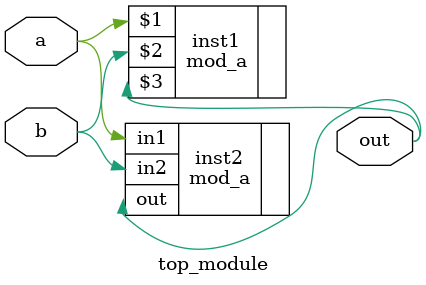
<source format=v>
module top_module ( input a, input b, output out );

  // By Position //
  
    mod_a inst1(a,b,out);
  
  // By Name //
  
    mod_a inst2(
        .in1 (a),
        .in2 (b),
        .out (out)
    );
    
endmodule

</source>
